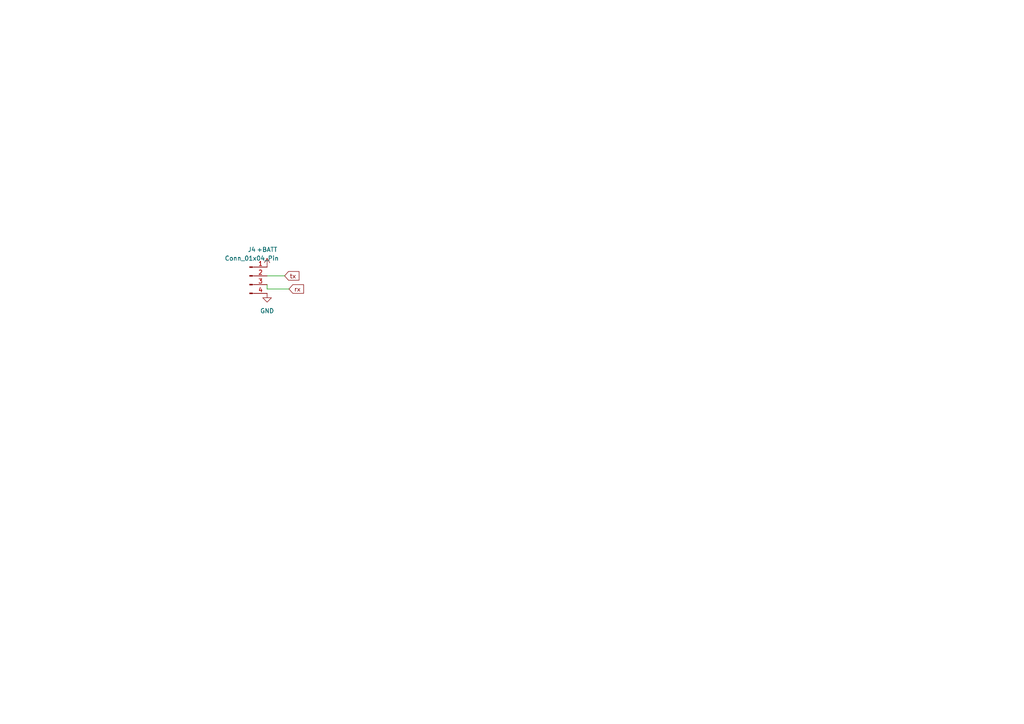
<source format=kicad_sch>
(kicad_sch (version 20230121) (generator eeschema)
  (paper "A4")
  (lib_symbols
    (symbol "Connector:Conn_01x04_Pin" (pin_names (offset 1.016) hide)
      (property "Reference" "J" (at 0 5.08 0))
      (property "Value" "Conn_01x04_Pin" (at 0 -7.62 0))
      (symbol "Conn_01x04_Pin_1_1"
        (polyline (pts (xy 1.27 -5.08) (xy 0.8636 -5.08)) (stroke (width 0.1524)))
        (polyline (pts (xy 1.27 -2.54) (xy 0.8636 -2.54)) (stroke (width 0.1524)))
        (polyline (pts (xy 1.27 0) (xy 0.8636 0)) (stroke (width 0.1524)))
        (polyline (pts (xy 1.27 2.54) (xy 0.8636 2.54)) (stroke (width 0.1524)))
        (rectangle (start 0.8636 -4.953) (end 0 -5.207) (stroke (width 0.1524)) (fill (type outline)))
        (rectangle (start 0.8636 -2.413) (end 0 -2.667) (stroke (width 0.1524)) (fill (type outline)))
        (rectangle (start 0.8636 0.127) (end 0 -0.127) (stroke (width 0.1524)) (fill (type outline)))
        (rectangle (start 0.8636 2.667) (end 0 2.413) (stroke (width 0.1524)) (fill (type outline)))
        (pin passive line (at 5.08 2.54 180) (length 3.81) (name "Pin_1") (number "1"))
        (pin passive line (at 5.08 0 180) (length 3.81) (name "Pin_2") (number "2"))
        (pin passive line (at 5.08 -2.54 180) (length 3.81) (name "Pin_3") (number "3"))
        (pin passive line (at 5.08 -5.08 180) (length 3.81) (name "Pin_4") (number "4"))
      )
    )
    (symbol "power:+BATT" (power) (pin_names (offset 0))
      (property "Value" "+BATT" (at 0 3.556 0))
      (symbol "+BATT_0_1"
        (polyline (pts (xy -0.762 1.27) (xy 0 2.54)))
        (polyline (pts (xy 0 0) (xy 0 2.54)))
        (polyline (pts (xy 0 2.54) (xy 0.762 1.27)))
      )
      (symbol "+BATT_1_1"
        (pin power_in line (at 0 0 90) (length 0) hide (name "+BATT") (number "1"))
      )
    )
    (symbol "power:GND" (power) (pin_names (offset 0))
      (property "Value" "GND" (at 0 -3.81 0))
      (symbol "GND_0_1"
        (polyline (pts (xy 0 0) (xy 0 -1.27) (xy 1.27 -1.27) (xy 0 -2.54) (xy -1.27 -1.27) (xy 0 -1.27)))
      )
      (symbol "GND_1_1"
        (pin power_in line (at 0 0 270) (length 0) hide (name "GND") (number "1"))
      )
    )
  )
  (wire (pts (xy 77.47 80.01) (xy 82.55 80.01)))
  (wire (pts (xy 77.47 83.82) (xy 83.82 83.82)))
  (wire (pts (xy 77.47 82.55) (xy 77.47 83.82)))
  (global_label "tx" (shape input) (at 82.55 80.01 0) (property "Intersheetrefs" "${INTERSHEET_REFS}" (effects hide)))
  (global_label "rx" (shape input) (at 83.82 83.82 0) (property "Intersheetrefs" "${INTERSHEET_REFS}" (effects hide)))
  (symbol (lib_id "power:GND") (at 77.47 85.09 0) (unit 1)
    (property "Reference" "#PWR08" (effects hide))
    (property "Value" "GND" (at 77.47 90.17 0))
  )
  (symbol (lib_id "Connector:Conn_01x04_Pin") (at 72.39 80.01 0) (unit 1)
    (property "Reference" "J4" (at 73.025 72.39 0))
    (property "Value" "Conn_01x04_Pin" (at 73.025 74.93 0))
  )
  (symbol (lib_id "power:+BATT") (at 77.47 77.47 0) (unit 1)
    (property "Reference" "#PWR013" (effects hide))
    (property "Value" "+BATT" (at 77.47 72.39 0))
  )
)
</source>
